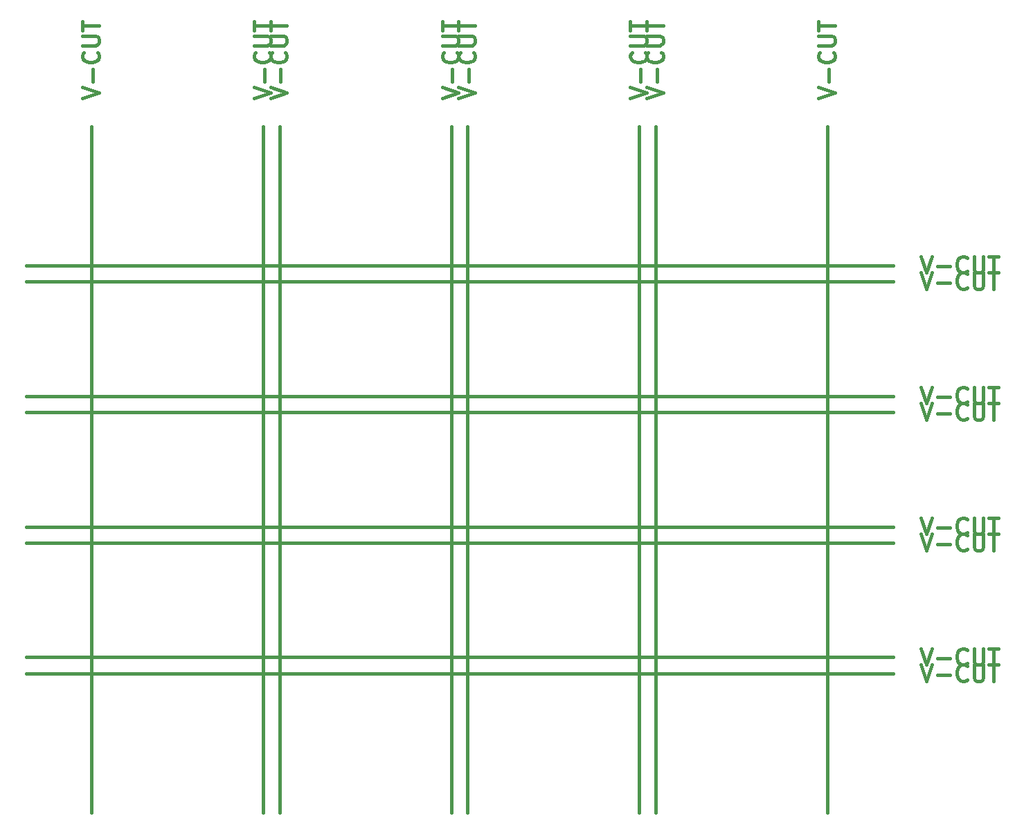
<source format=gbr>
G04 #@! TF.GenerationSoftware,KiCad,Pcbnew,(5.1.8)-1*
G04 #@! TF.CreationDate,2021-11-13T10:16:22+08:00*
G04 #@! TF.ProjectId,haptic-cloth-panelized-small,68617074-6963-42d6-936c-6f74682d7061,rev?*
G04 #@! TF.SameCoordinates,Original*
G04 #@! TF.FileFunction,Other,Comment*
%FSLAX46Y46*%
G04 Gerber Fmt 4.6, Leading zero omitted, Abs format (unit mm)*
G04 Created by KiCad (PCBNEW (5.1.8)-1) date 2021-11-13 10:16:22*
%MOMM*%
%LPD*%
G01*
G04 APERTURE LIST*
%ADD10C,0.400000*%
G04 APERTURE END LIST*
D10*
X138904761Y-43548523D02*
X140904761Y-42881857D01*
X138904761Y-42215190D01*
X140142857Y-41548523D02*
X140142857Y-40024714D01*
X140714285Y-37929476D02*
X140809523Y-38024714D01*
X140904761Y-38310428D01*
X140904761Y-38500904D01*
X140809523Y-38786619D01*
X140619047Y-38977095D01*
X140428571Y-39072333D01*
X140047619Y-39167571D01*
X139761904Y-39167571D01*
X139380952Y-39072333D01*
X139190476Y-38977095D01*
X139000000Y-38786619D01*
X138904761Y-38500904D01*
X138904761Y-38310428D01*
X139000000Y-38024714D01*
X139095238Y-37929476D01*
X138904761Y-37072333D02*
X140523809Y-37072333D01*
X140714285Y-36977095D01*
X140809523Y-36881857D01*
X140904761Y-36691380D01*
X140904761Y-36310428D01*
X140809523Y-36119952D01*
X140714285Y-36024714D01*
X140523809Y-35929476D01*
X138904761Y-35929476D01*
X138904761Y-35262809D02*
X138904761Y-34119952D01*
X140904761Y-34691380D02*
X138904761Y-34691380D01*
X140000000Y-46999000D02*
X140000000Y-131001037D01*
X117904761Y-43548523D02*
X119904761Y-42881857D01*
X117904761Y-42215190D01*
X119142857Y-41548523D02*
X119142857Y-40024714D01*
X119714285Y-37929476D02*
X119809523Y-38024714D01*
X119904761Y-38310428D01*
X119904761Y-38500904D01*
X119809523Y-38786619D01*
X119619047Y-38977095D01*
X119428571Y-39072333D01*
X119047619Y-39167571D01*
X118761904Y-39167571D01*
X118380952Y-39072333D01*
X118190476Y-38977095D01*
X118000000Y-38786619D01*
X117904761Y-38500904D01*
X117904761Y-38310428D01*
X118000000Y-38024714D01*
X118095238Y-37929476D01*
X117904761Y-37072333D02*
X119523809Y-37072333D01*
X119714285Y-36977095D01*
X119809523Y-36881857D01*
X119904761Y-36691380D01*
X119904761Y-36310428D01*
X119809523Y-36119952D01*
X119714285Y-36024714D01*
X119523809Y-35929476D01*
X117904761Y-35929476D01*
X117904761Y-35262809D02*
X117904761Y-34119952D01*
X119904761Y-34691380D02*
X117904761Y-34691380D01*
X119000000Y-46999000D02*
X119000000Y-131001037D01*
X115904761Y-43548523D02*
X117904761Y-42881857D01*
X115904761Y-42215190D01*
X117142857Y-41548523D02*
X117142857Y-40024714D01*
X117714285Y-37929476D02*
X117809523Y-38024714D01*
X117904761Y-38310428D01*
X117904761Y-38500904D01*
X117809523Y-38786619D01*
X117619047Y-38977095D01*
X117428571Y-39072333D01*
X117047619Y-39167571D01*
X116761904Y-39167571D01*
X116380952Y-39072333D01*
X116190476Y-38977095D01*
X116000000Y-38786619D01*
X115904761Y-38500904D01*
X115904761Y-38310428D01*
X116000000Y-38024714D01*
X116095238Y-37929476D01*
X115904761Y-37072333D02*
X117523809Y-37072333D01*
X117714285Y-36977095D01*
X117809523Y-36881857D01*
X117904761Y-36691380D01*
X117904761Y-36310428D01*
X117809523Y-36119952D01*
X117714285Y-36024714D01*
X117523809Y-35929476D01*
X115904761Y-35929476D01*
X115904761Y-35262809D02*
X115904761Y-34119952D01*
X117904761Y-34691380D02*
X115904761Y-34691380D01*
X117000000Y-46999000D02*
X117000000Y-131001037D01*
X69904761Y-43548523D02*
X71904761Y-42881857D01*
X69904761Y-42215190D01*
X71142857Y-41548523D02*
X71142857Y-40024714D01*
X71714285Y-37929476D02*
X71809523Y-38024714D01*
X71904761Y-38310428D01*
X71904761Y-38500904D01*
X71809523Y-38786619D01*
X71619047Y-38977095D01*
X71428571Y-39072333D01*
X71047619Y-39167571D01*
X70761904Y-39167571D01*
X70380952Y-39072333D01*
X70190476Y-38977095D01*
X70000000Y-38786619D01*
X69904761Y-38500904D01*
X69904761Y-38310428D01*
X70000000Y-38024714D01*
X70095238Y-37929476D01*
X69904761Y-37072333D02*
X71523809Y-37072333D01*
X71714285Y-36977095D01*
X71809523Y-36881857D01*
X71904761Y-36691380D01*
X71904761Y-36310428D01*
X71809523Y-36119952D01*
X71714285Y-36024714D01*
X71523809Y-35929476D01*
X69904761Y-35929476D01*
X69904761Y-35262809D02*
X69904761Y-34119952D01*
X71904761Y-34691380D02*
X69904761Y-34691380D01*
X71000000Y-46999000D02*
X71000000Y-131001037D01*
X92904761Y-43548523D02*
X94904761Y-42881857D01*
X92904761Y-42215190D01*
X94142857Y-41548523D02*
X94142857Y-40024714D01*
X94714285Y-37929476D02*
X94809523Y-38024714D01*
X94904761Y-38310428D01*
X94904761Y-38500904D01*
X94809523Y-38786619D01*
X94619047Y-38977095D01*
X94428571Y-39072333D01*
X94047619Y-39167571D01*
X93761904Y-39167571D01*
X93380952Y-39072333D01*
X93190476Y-38977095D01*
X93000000Y-38786619D01*
X92904761Y-38500904D01*
X92904761Y-38310428D01*
X93000000Y-38024714D01*
X93095238Y-37929476D01*
X92904761Y-37072333D02*
X94523809Y-37072333D01*
X94714285Y-36977095D01*
X94809523Y-36881857D01*
X94904761Y-36691380D01*
X94904761Y-36310428D01*
X94809523Y-36119952D01*
X94714285Y-36024714D01*
X94523809Y-35929476D01*
X92904761Y-35929476D01*
X92904761Y-35262809D02*
X92904761Y-34119952D01*
X94904761Y-34691380D02*
X92904761Y-34691380D01*
X94000000Y-46999000D02*
X94000000Y-131001037D01*
X71904761Y-43548523D02*
X73904761Y-42881857D01*
X71904761Y-42215190D01*
X73142857Y-41548523D02*
X73142857Y-40024714D01*
X73714285Y-37929476D02*
X73809523Y-38024714D01*
X73904761Y-38310428D01*
X73904761Y-38500904D01*
X73809523Y-38786619D01*
X73619047Y-38977095D01*
X73428571Y-39072333D01*
X73047619Y-39167571D01*
X72761904Y-39167571D01*
X72380952Y-39072333D01*
X72190476Y-38977095D01*
X72000000Y-38786619D01*
X71904761Y-38500904D01*
X71904761Y-38310428D01*
X72000000Y-38024714D01*
X72095238Y-37929476D01*
X71904761Y-37072333D02*
X73523809Y-37072333D01*
X73714285Y-36977095D01*
X73809523Y-36881857D01*
X73904761Y-36691380D01*
X73904761Y-36310428D01*
X73809523Y-36119952D01*
X73714285Y-36024714D01*
X73523809Y-35929476D01*
X71904761Y-35929476D01*
X71904761Y-35262809D02*
X71904761Y-34119952D01*
X73904761Y-34691380D02*
X71904761Y-34691380D01*
X73000000Y-46999000D02*
X73000000Y-131001037D01*
X94904761Y-43548523D02*
X96904761Y-42881857D01*
X94904761Y-42215190D01*
X96142857Y-41548523D02*
X96142857Y-40024714D01*
X96714285Y-37929476D02*
X96809523Y-38024714D01*
X96904761Y-38310428D01*
X96904761Y-38500904D01*
X96809523Y-38786619D01*
X96619047Y-38977095D01*
X96428571Y-39072333D01*
X96047619Y-39167571D01*
X95761904Y-39167571D01*
X95380952Y-39072333D01*
X95190476Y-38977095D01*
X95000000Y-38786619D01*
X94904761Y-38500904D01*
X94904761Y-38310428D01*
X95000000Y-38024714D01*
X95095238Y-37929476D01*
X94904761Y-37072333D02*
X96523809Y-37072333D01*
X96714285Y-36977095D01*
X96809523Y-36881857D01*
X96904761Y-36691380D01*
X96904761Y-36310428D01*
X96809523Y-36119952D01*
X96714285Y-36024714D01*
X96523809Y-35929476D01*
X94904761Y-35929476D01*
X94904761Y-35262809D02*
X94904761Y-34119952D01*
X96904761Y-34691380D02*
X94904761Y-34691380D01*
X96000000Y-46999000D02*
X96000000Y-131001037D01*
X48904761Y-43548523D02*
X50904761Y-42881857D01*
X48904761Y-42215190D01*
X50142857Y-41548523D02*
X50142857Y-40024714D01*
X50714285Y-37929476D02*
X50809523Y-38024714D01*
X50904761Y-38310428D01*
X50904761Y-38500904D01*
X50809523Y-38786619D01*
X50619047Y-38977095D01*
X50428571Y-39072333D01*
X50047619Y-39167571D01*
X49761904Y-39167571D01*
X49380952Y-39072333D01*
X49190476Y-38977095D01*
X49000000Y-38786619D01*
X48904761Y-38500904D01*
X48904761Y-38310428D01*
X49000000Y-38024714D01*
X49095238Y-37929476D01*
X48904761Y-37072333D02*
X50523809Y-37072333D01*
X50714285Y-36977095D01*
X50809523Y-36881857D01*
X50904761Y-36691380D01*
X50904761Y-36310428D01*
X50809523Y-36119952D01*
X50714285Y-36024714D01*
X50523809Y-35929476D01*
X48904761Y-35929476D01*
X48904761Y-35262809D02*
X48904761Y-34119952D01*
X50904761Y-34691380D02*
X48904761Y-34691380D01*
X50000000Y-46999000D02*
X50000000Y-131001037D01*
X151451512Y-112904761D02*
X152118178Y-114904761D01*
X152784845Y-112904761D01*
X153451512Y-114142857D02*
X154975321Y-114142857D01*
X157070559Y-114714285D02*
X156975321Y-114809523D01*
X156689607Y-114904761D01*
X156499131Y-114904761D01*
X156213416Y-114809523D01*
X156022940Y-114619047D01*
X155927702Y-114428571D01*
X155832464Y-114047619D01*
X155832464Y-113761904D01*
X155927702Y-113380952D01*
X156022940Y-113190476D01*
X156213416Y-113000000D01*
X156499131Y-112904761D01*
X156689607Y-112904761D01*
X156975321Y-113000000D01*
X157070559Y-113095238D01*
X157927702Y-112904761D02*
X157927702Y-114523809D01*
X158022940Y-114714285D01*
X158118178Y-114809523D01*
X158308655Y-114904761D01*
X158689607Y-114904761D01*
X158880083Y-114809523D01*
X158975321Y-114714285D01*
X159070559Y-114523809D01*
X159070559Y-112904761D01*
X159737226Y-112904761D02*
X160880083Y-112904761D01*
X160308655Y-114904761D02*
X160308655Y-112904761D01*
X42000000Y-114000000D02*
X148001036Y-114000000D01*
X151451512Y-110904761D02*
X152118178Y-112904761D01*
X152784845Y-110904761D01*
X153451512Y-112142857D02*
X154975321Y-112142857D01*
X157070559Y-112714285D02*
X156975321Y-112809523D01*
X156689607Y-112904761D01*
X156499131Y-112904761D01*
X156213416Y-112809523D01*
X156022940Y-112619047D01*
X155927702Y-112428571D01*
X155832464Y-112047619D01*
X155832464Y-111761904D01*
X155927702Y-111380952D01*
X156022940Y-111190476D01*
X156213416Y-111000000D01*
X156499131Y-110904761D01*
X156689607Y-110904761D01*
X156975321Y-111000000D01*
X157070559Y-111095238D01*
X157927702Y-110904761D02*
X157927702Y-112523809D01*
X158022940Y-112714285D01*
X158118178Y-112809523D01*
X158308655Y-112904761D01*
X158689607Y-112904761D01*
X158880083Y-112809523D01*
X158975321Y-112714285D01*
X159070559Y-112523809D01*
X159070559Y-110904761D01*
X159737226Y-110904761D02*
X160880083Y-110904761D01*
X160308655Y-112904761D02*
X160308655Y-110904761D01*
X42000000Y-112000000D02*
X148001036Y-112000000D01*
X151451512Y-96904761D02*
X152118178Y-98904761D01*
X152784845Y-96904761D01*
X153451512Y-98142857D02*
X154975321Y-98142857D01*
X157070559Y-98714285D02*
X156975321Y-98809523D01*
X156689607Y-98904761D01*
X156499131Y-98904761D01*
X156213416Y-98809523D01*
X156022940Y-98619047D01*
X155927702Y-98428571D01*
X155832464Y-98047619D01*
X155832464Y-97761904D01*
X155927702Y-97380952D01*
X156022940Y-97190476D01*
X156213416Y-97000000D01*
X156499131Y-96904761D01*
X156689607Y-96904761D01*
X156975321Y-97000000D01*
X157070559Y-97095238D01*
X157927702Y-96904761D02*
X157927702Y-98523809D01*
X158022940Y-98714285D01*
X158118178Y-98809523D01*
X158308655Y-98904761D01*
X158689607Y-98904761D01*
X158880083Y-98809523D01*
X158975321Y-98714285D01*
X159070559Y-98523809D01*
X159070559Y-96904761D01*
X159737226Y-96904761D02*
X160880083Y-96904761D01*
X160308655Y-98904761D02*
X160308655Y-96904761D01*
X42000000Y-98000000D02*
X148001036Y-98000000D01*
X151451512Y-80904761D02*
X152118178Y-82904761D01*
X152784845Y-80904761D01*
X153451512Y-82142857D02*
X154975321Y-82142857D01*
X157070559Y-82714285D02*
X156975321Y-82809523D01*
X156689607Y-82904761D01*
X156499131Y-82904761D01*
X156213416Y-82809523D01*
X156022940Y-82619047D01*
X155927702Y-82428571D01*
X155832464Y-82047619D01*
X155832464Y-81761904D01*
X155927702Y-81380952D01*
X156022940Y-81190476D01*
X156213416Y-81000000D01*
X156499131Y-80904761D01*
X156689607Y-80904761D01*
X156975321Y-81000000D01*
X157070559Y-81095238D01*
X157927702Y-80904761D02*
X157927702Y-82523809D01*
X158022940Y-82714285D01*
X158118178Y-82809523D01*
X158308655Y-82904761D01*
X158689607Y-82904761D01*
X158880083Y-82809523D01*
X158975321Y-82714285D01*
X159070559Y-82523809D01*
X159070559Y-80904761D01*
X159737226Y-80904761D02*
X160880083Y-80904761D01*
X160308655Y-82904761D02*
X160308655Y-80904761D01*
X42000000Y-82000000D02*
X148001036Y-82000000D01*
X151451512Y-64904761D02*
X152118178Y-66904761D01*
X152784845Y-64904761D01*
X153451512Y-66142857D02*
X154975321Y-66142857D01*
X157070559Y-66714285D02*
X156975321Y-66809523D01*
X156689607Y-66904761D01*
X156499131Y-66904761D01*
X156213416Y-66809523D01*
X156022940Y-66619047D01*
X155927702Y-66428571D01*
X155832464Y-66047619D01*
X155832464Y-65761904D01*
X155927702Y-65380952D01*
X156022940Y-65190476D01*
X156213416Y-65000000D01*
X156499131Y-64904761D01*
X156689607Y-64904761D01*
X156975321Y-65000000D01*
X157070559Y-65095238D01*
X157927702Y-64904761D02*
X157927702Y-66523809D01*
X158022940Y-66714285D01*
X158118178Y-66809523D01*
X158308655Y-66904761D01*
X158689607Y-66904761D01*
X158880083Y-66809523D01*
X158975321Y-66714285D01*
X159070559Y-66523809D01*
X159070559Y-64904761D01*
X159737226Y-64904761D02*
X160880083Y-64904761D01*
X160308655Y-66904761D02*
X160308655Y-64904761D01*
X42000000Y-66000000D02*
X148001036Y-66000000D01*
X151451512Y-94904761D02*
X152118178Y-96904761D01*
X152784845Y-94904761D01*
X153451512Y-96142857D02*
X154975321Y-96142857D01*
X157070559Y-96714285D02*
X156975321Y-96809523D01*
X156689607Y-96904761D01*
X156499131Y-96904761D01*
X156213416Y-96809523D01*
X156022940Y-96619047D01*
X155927702Y-96428571D01*
X155832464Y-96047619D01*
X155832464Y-95761904D01*
X155927702Y-95380952D01*
X156022940Y-95190476D01*
X156213416Y-95000000D01*
X156499131Y-94904761D01*
X156689607Y-94904761D01*
X156975321Y-95000000D01*
X157070559Y-95095238D01*
X157927702Y-94904761D02*
X157927702Y-96523809D01*
X158022940Y-96714285D01*
X158118178Y-96809523D01*
X158308655Y-96904761D01*
X158689607Y-96904761D01*
X158880083Y-96809523D01*
X158975321Y-96714285D01*
X159070559Y-96523809D01*
X159070559Y-94904761D01*
X159737226Y-94904761D02*
X160880083Y-94904761D01*
X160308655Y-96904761D02*
X160308655Y-94904761D01*
X42000000Y-96000000D02*
X148001036Y-96000000D01*
X151451512Y-78904761D02*
X152118178Y-80904761D01*
X152784845Y-78904761D01*
X153451512Y-80142857D02*
X154975321Y-80142857D01*
X157070559Y-80714285D02*
X156975321Y-80809523D01*
X156689607Y-80904761D01*
X156499131Y-80904761D01*
X156213416Y-80809523D01*
X156022940Y-80619047D01*
X155927702Y-80428571D01*
X155832464Y-80047619D01*
X155832464Y-79761904D01*
X155927702Y-79380952D01*
X156022940Y-79190476D01*
X156213416Y-79000000D01*
X156499131Y-78904761D01*
X156689607Y-78904761D01*
X156975321Y-79000000D01*
X157070559Y-79095238D01*
X157927702Y-78904761D02*
X157927702Y-80523809D01*
X158022940Y-80714285D01*
X158118178Y-80809523D01*
X158308655Y-80904761D01*
X158689607Y-80904761D01*
X158880083Y-80809523D01*
X158975321Y-80714285D01*
X159070559Y-80523809D01*
X159070559Y-78904761D01*
X159737226Y-78904761D02*
X160880083Y-78904761D01*
X160308655Y-80904761D02*
X160308655Y-78904761D01*
X42000000Y-80000000D02*
X148001036Y-80000000D01*
X151451512Y-62904761D02*
X152118178Y-64904761D01*
X152784845Y-62904761D01*
X153451512Y-64142857D02*
X154975321Y-64142857D01*
X157070559Y-64714285D02*
X156975321Y-64809523D01*
X156689607Y-64904761D01*
X156499131Y-64904761D01*
X156213416Y-64809523D01*
X156022940Y-64619047D01*
X155927702Y-64428571D01*
X155832464Y-64047619D01*
X155832464Y-63761904D01*
X155927702Y-63380952D01*
X156022940Y-63190476D01*
X156213416Y-63000000D01*
X156499131Y-62904761D01*
X156689607Y-62904761D01*
X156975321Y-63000000D01*
X157070559Y-63095238D01*
X157927702Y-62904761D02*
X157927702Y-64523809D01*
X158022940Y-64714285D01*
X158118178Y-64809523D01*
X158308655Y-64904761D01*
X158689607Y-64904761D01*
X158880083Y-64809523D01*
X158975321Y-64714285D01*
X159070559Y-64523809D01*
X159070559Y-62904761D01*
X159737226Y-62904761D02*
X160880083Y-62904761D01*
X160308655Y-64904761D02*
X160308655Y-62904761D01*
X42000000Y-64000000D02*
X148001036Y-64000000D01*
M02*

</source>
